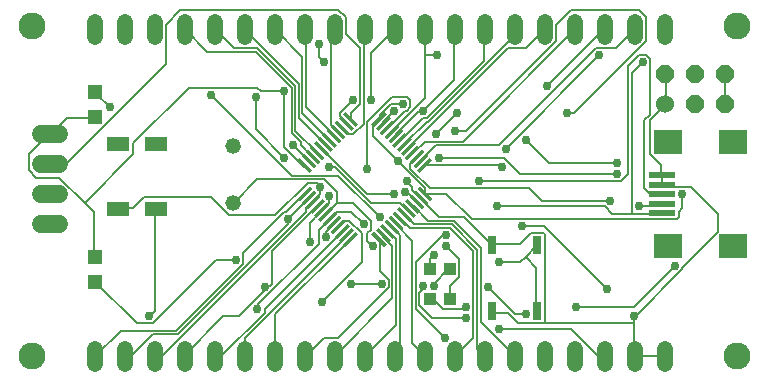
<source format=gbr>
G04 EAGLE Gerber X2 export*
%TF.Part,Single*%
%TF.FileFunction,Copper,L1,Top,Mixed*%
%TF.FilePolarity,Positive*%
%TF.GenerationSoftware,Autodesk,EAGLE,8.6.3*%
%TF.CreationDate,2019-03-08T23:17:09Z*%
G75*
%MOMM*%
%FSLAX34Y34*%
%LPD*%
%AMOC8*
5,1,8,0,0,1.08239X$1,22.5*%
G01*
%ADD10R,2.400000X2.000000*%
%ADD11R,2.308000X0.500000*%
%ADD12R,1.200000X1.200000*%
%ADD13C,1.320800*%
%ADD14R,1.000000X1.100000*%
%ADD15R,0.762000X1.524000*%
%ADD16C,1.524000*%
%ADD17P,1.649562X8X22.500000*%
%ADD18C,1.524000*%
%ADD19C,1.320800*%
%ADD20R,0.300000X1.500000*%
%ADD21R,1.900000X1.300000*%
%ADD22C,0.152400*%
%ADD23C,0.756400*%
%ADD24C,2.286000*%


D10*
X564440Y118560D03*
D11*
X558800Y146560D03*
X558800Y154560D03*
X558800Y162560D03*
X558800Y170560D03*
X558800Y178560D03*
D10*
X619440Y118560D03*
X564440Y206560D03*
X619440Y206560D03*
D12*
X78740Y249260D03*
X78740Y228260D03*
X78740Y88560D03*
X78740Y109560D03*
D13*
X195580Y154940D03*
X195580Y203200D03*
D14*
X362340Y99060D03*
X379340Y99060D03*
X362340Y73660D03*
X379340Y73660D03*
D15*
X415290Y63500D03*
X415290Y119380D03*
X453390Y63500D03*
X453390Y119380D03*
D16*
X561340Y238760D03*
D17*
X586740Y238760D03*
X612140Y238760D03*
X561340Y264160D03*
X586740Y264160D03*
X612140Y264160D03*
D18*
X48260Y137160D02*
X33020Y137160D01*
X33020Y162560D02*
X48260Y162560D01*
X48260Y187960D02*
X33020Y187960D01*
X33020Y213360D02*
X48260Y213360D01*
D19*
X78740Y32004D02*
X78740Y18796D01*
X104140Y18796D02*
X104140Y32004D01*
X129540Y32004D02*
X129540Y18796D01*
X154940Y18796D02*
X154940Y32004D01*
X180340Y32004D02*
X180340Y18796D01*
X205740Y18796D02*
X205740Y32004D01*
X231140Y32004D02*
X231140Y18796D01*
X256540Y18796D02*
X256540Y32004D01*
X281940Y32004D02*
X281940Y18796D01*
X307340Y18796D02*
X307340Y32004D01*
X332740Y32004D02*
X332740Y18796D01*
X358140Y18796D02*
X358140Y32004D01*
X383540Y32004D02*
X383540Y18796D01*
X408940Y18796D02*
X408940Y32004D01*
X434340Y32004D02*
X434340Y18796D01*
X459740Y18796D02*
X459740Y32004D01*
X485140Y32004D02*
X485140Y18796D01*
X510540Y18796D02*
X510540Y32004D01*
X535940Y32004D02*
X535940Y18796D01*
X561340Y18796D02*
X561340Y32004D01*
X78740Y295656D02*
X78740Y308864D01*
X104140Y308864D02*
X104140Y295656D01*
X129540Y295656D02*
X129540Y308864D01*
X154940Y308864D02*
X154940Y295656D01*
X180340Y295656D02*
X180340Y308864D01*
X205740Y308864D02*
X205740Y295656D01*
X231140Y295656D02*
X231140Y308864D01*
X256540Y308864D02*
X256540Y295656D01*
X281940Y295656D02*
X281940Y308864D01*
X307340Y308864D02*
X307340Y295656D01*
X332740Y295656D02*
X332740Y308864D01*
X358140Y308864D02*
X358140Y295656D01*
X383540Y295656D02*
X383540Y308864D01*
X408940Y308864D02*
X408940Y295656D01*
X434340Y295656D02*
X434340Y308864D01*
X459740Y308864D02*
X459740Y295656D01*
X485140Y295656D02*
X485140Y308864D01*
X510540Y308864D02*
X510540Y295656D01*
X535940Y295656D02*
X535940Y308864D01*
X561340Y308864D02*
X561340Y295656D01*
D20*
G36*
X260670Y169602D02*
X262791Y167481D01*
X252186Y156876D01*
X250065Y158997D01*
X260670Y169602D01*
G37*
G36*
X264206Y166067D02*
X266327Y163946D01*
X255722Y153341D01*
X253601Y155462D01*
X264206Y166067D01*
G37*
G36*
X267741Y162531D02*
X269862Y160410D01*
X259257Y149805D01*
X257136Y151926D01*
X267741Y162531D01*
G37*
G36*
X271277Y158996D02*
X273398Y156875D01*
X262793Y146270D01*
X260672Y148391D01*
X271277Y158996D01*
G37*
G36*
X274812Y155460D02*
X276933Y153339D01*
X266328Y142734D01*
X264207Y144855D01*
X274812Y155460D01*
G37*
G36*
X278348Y151925D02*
X280469Y149804D01*
X269864Y139199D01*
X267743Y141320D01*
X278348Y151925D01*
G37*
G36*
X281884Y148389D02*
X284005Y146268D01*
X273400Y135663D01*
X271279Y137784D01*
X281884Y148389D01*
G37*
G36*
X285419Y144853D02*
X287540Y142732D01*
X276935Y132127D01*
X274814Y134248D01*
X285419Y144853D01*
G37*
G36*
X288955Y141318D02*
X291076Y139197D01*
X280471Y128592D01*
X278350Y130713D01*
X288955Y141318D01*
G37*
G36*
X292490Y137782D02*
X294611Y135661D01*
X284006Y125056D01*
X281885Y127177D01*
X292490Y137782D01*
G37*
G36*
X296026Y134247D02*
X298147Y132126D01*
X287542Y121521D01*
X285421Y123642D01*
X296026Y134247D01*
G37*
G36*
X299561Y130711D02*
X301682Y128590D01*
X291077Y117985D01*
X288956Y120106D01*
X299561Y130711D01*
G37*
G36*
X312998Y128590D02*
X315119Y130711D01*
X325724Y120106D01*
X323603Y117985D01*
X312998Y128590D01*
G37*
G36*
X316533Y132126D02*
X318654Y134247D01*
X329259Y123642D01*
X327138Y121521D01*
X316533Y132126D01*
G37*
G36*
X320069Y135661D02*
X322190Y137782D01*
X332795Y127177D01*
X330674Y125056D01*
X320069Y135661D01*
G37*
G36*
X323604Y139197D02*
X325725Y141318D01*
X336330Y130713D01*
X334209Y128592D01*
X323604Y139197D01*
G37*
G36*
X327140Y142732D02*
X329261Y144853D01*
X339866Y134248D01*
X337745Y132127D01*
X327140Y142732D01*
G37*
G36*
X330675Y146268D02*
X332796Y148389D01*
X343401Y137784D01*
X341280Y135663D01*
X330675Y146268D01*
G37*
G36*
X334211Y149804D02*
X336332Y151925D01*
X346937Y141320D01*
X344816Y139199D01*
X334211Y149804D01*
G37*
G36*
X337747Y153339D02*
X339868Y155460D01*
X350473Y144855D01*
X348352Y142734D01*
X337747Y153339D01*
G37*
G36*
X341282Y156875D02*
X343403Y158996D01*
X354008Y148391D01*
X351887Y146270D01*
X341282Y156875D01*
G37*
G36*
X344818Y160410D02*
X346939Y162531D01*
X357544Y151926D01*
X355423Y149805D01*
X344818Y160410D01*
G37*
G36*
X348353Y163946D02*
X350474Y166067D01*
X361079Y155462D01*
X358958Y153341D01*
X348353Y163946D01*
G37*
G36*
X351889Y167481D02*
X354010Y169602D01*
X364615Y158997D01*
X362494Y156876D01*
X351889Y167481D01*
G37*
G36*
X354010Y180918D02*
X351889Y183039D01*
X362494Y193644D01*
X364615Y191523D01*
X354010Y180918D01*
G37*
G36*
X350474Y184453D02*
X348353Y186574D01*
X358958Y197179D01*
X361079Y195058D01*
X350474Y184453D01*
G37*
G36*
X346939Y187989D02*
X344818Y190110D01*
X355423Y200715D01*
X357544Y198594D01*
X346939Y187989D01*
G37*
G36*
X343403Y191524D02*
X341282Y193645D01*
X351887Y204250D01*
X354008Y202129D01*
X343403Y191524D01*
G37*
G36*
X339868Y195060D02*
X337747Y197181D01*
X348352Y207786D01*
X350473Y205665D01*
X339868Y195060D01*
G37*
G36*
X336332Y198595D02*
X334211Y200716D01*
X344816Y211321D01*
X346937Y209200D01*
X336332Y198595D01*
G37*
G36*
X332796Y202131D02*
X330675Y204252D01*
X341280Y214857D01*
X343401Y212736D01*
X332796Y202131D01*
G37*
G36*
X329261Y205667D02*
X327140Y207788D01*
X337745Y218393D01*
X339866Y216272D01*
X329261Y205667D01*
G37*
G36*
X325725Y209202D02*
X323604Y211323D01*
X334209Y221928D01*
X336330Y219807D01*
X325725Y209202D01*
G37*
G36*
X322190Y212738D02*
X320069Y214859D01*
X330674Y225464D01*
X332795Y223343D01*
X322190Y212738D01*
G37*
G36*
X318654Y216273D02*
X316533Y218394D01*
X327138Y228999D01*
X329259Y226878D01*
X318654Y216273D01*
G37*
G36*
X315119Y219809D02*
X312998Y221930D01*
X323603Y232535D01*
X325724Y230414D01*
X315119Y219809D01*
G37*
G36*
X301682Y221930D02*
X299561Y219809D01*
X288956Y230414D01*
X291077Y232535D01*
X301682Y221930D01*
G37*
G36*
X298147Y218394D02*
X296026Y216273D01*
X285421Y226878D01*
X287542Y228999D01*
X298147Y218394D01*
G37*
G36*
X294611Y214859D02*
X292490Y212738D01*
X281885Y223343D01*
X284006Y225464D01*
X294611Y214859D01*
G37*
G36*
X291076Y211323D02*
X288955Y209202D01*
X278350Y219807D01*
X280471Y221928D01*
X291076Y211323D01*
G37*
G36*
X287540Y207788D02*
X285419Y205667D01*
X274814Y216272D01*
X276935Y218393D01*
X287540Y207788D01*
G37*
G36*
X284005Y204252D02*
X281884Y202131D01*
X271279Y212736D01*
X273400Y214857D01*
X284005Y204252D01*
G37*
G36*
X280469Y200716D02*
X278348Y198595D01*
X267743Y209200D01*
X269864Y211321D01*
X280469Y200716D01*
G37*
G36*
X276933Y197181D02*
X274812Y195060D01*
X264207Y205665D01*
X266328Y207786D01*
X276933Y197181D01*
G37*
G36*
X273398Y193645D02*
X271277Y191524D01*
X260672Y202129D01*
X262793Y204250D01*
X273398Y193645D01*
G37*
G36*
X269862Y190110D02*
X267741Y187989D01*
X257136Y198594D01*
X259257Y200715D01*
X269862Y190110D01*
G37*
G36*
X266327Y186574D02*
X264206Y184453D01*
X253601Y195058D01*
X255722Y197179D01*
X266327Y186574D01*
G37*
G36*
X262791Y183039D02*
X260670Y180918D01*
X250065Y191523D01*
X252186Y193644D01*
X262791Y183039D01*
G37*
D21*
X130300Y150300D03*
X130300Y205300D03*
X98300Y205300D03*
X98300Y150300D03*
D22*
X612648Y239268D02*
X612648Y263652D01*
X612648Y239268D02*
X612140Y238760D01*
X612648Y263652D02*
X612140Y264160D01*
X318516Y225552D02*
X313944Y220980D01*
X313944Y211836D01*
X335280Y190500D02*
X358140Y167640D01*
X335280Y190500D02*
X313944Y211836D01*
X358140Y167640D02*
X358140Y164592D01*
X318516Y225552D02*
X319361Y226172D01*
X358140Y164592D02*
X358252Y163239D01*
X576072Y163068D02*
X576072Y150876D01*
X573024Y147828D01*
X573024Y143256D01*
X571500Y141732D01*
X397764Y141732D01*
X376428Y163068D01*
X359664Y163068D01*
X358252Y163239D01*
X377952Y99060D02*
X365760Y86868D01*
X365760Y85344D01*
X377952Y99060D02*
X379340Y99060D01*
X289560Y140208D02*
X284988Y135636D01*
X289560Y140208D02*
X294132Y140208D01*
X304800Y129540D01*
X304800Y105156D01*
X271272Y71628D01*
X284713Y134955D02*
X284988Y135636D01*
D23*
X576072Y163068D03*
X365760Y85344D03*
X271272Y71628D03*
D22*
X329184Y239268D02*
X339852Y239268D01*
X329184Y239268D02*
X320040Y230124D01*
X320040Y227076D01*
X319361Y226172D01*
D23*
X339852Y239268D03*
D22*
X239268Y249936D02*
X239268Y202692D01*
X256032Y185928D01*
X256428Y187281D01*
X77724Y147828D02*
X77724Y109728D01*
X70104Y155448D02*
X48768Y176784D01*
X70104Y155448D02*
X77724Y147828D01*
X48768Y176784D02*
X28956Y176784D01*
X22860Y182880D01*
X22860Y196596D01*
X39624Y213360D01*
X77724Y109728D02*
X78740Y109560D01*
X40640Y213360D02*
X39624Y213360D01*
X54864Y227076D02*
X77724Y227076D01*
X54864Y227076D02*
X41148Y213360D01*
X77724Y227076D02*
X78740Y228260D01*
X41148Y213360D02*
X40640Y213360D01*
X219456Y249936D02*
X239268Y249936D01*
X219456Y249936D02*
X216408Y252984D01*
X158496Y252984D01*
X111252Y205740D01*
X111252Y196596D01*
X70104Y155448D01*
D23*
X335280Y190500D03*
X239268Y249936D03*
D22*
X216408Y68580D02*
X216408Y65532D01*
X216408Y68580D02*
X268224Y120396D01*
X268224Y132588D01*
X277368Y141732D01*
X277642Y142026D01*
X362712Y108204D02*
X362712Y99060D01*
X362712Y108204D02*
X365760Y111252D01*
X420624Y105156D02*
X438912Y105156D01*
X443484Y109728D02*
X452628Y118872D01*
X443484Y109728D02*
X438912Y105156D01*
X362712Y99060D02*
X362340Y99060D01*
X452628Y118872D02*
X453390Y119380D01*
X452628Y100584D02*
X452628Y64008D01*
X452628Y100584D02*
X443484Y109728D01*
X452628Y64008D02*
X453390Y63500D01*
X283464Y147828D02*
X278892Y143256D01*
X283464Y147828D02*
X295656Y147828D01*
X306324Y137160D01*
X278892Y143256D02*
X277642Y142026D01*
D23*
X216408Y65532D03*
X365760Y111252D03*
X420624Y105156D03*
X306324Y137160D03*
D22*
X559308Y170688D02*
X559308Y178308D01*
X559308Y170688D02*
X558800Y170560D01*
X559308Y178308D02*
X558800Y178560D01*
X557784Y179832D02*
X557784Y187452D01*
X548640Y196596D01*
X548640Y225552D01*
X560832Y237744D01*
X557784Y179832D02*
X558800Y178560D01*
X560832Y237744D02*
X561340Y238760D01*
X562356Y239268D02*
X562356Y263652D01*
X561340Y264160D01*
X562356Y239268D02*
X561340Y238760D01*
X370332Y143256D02*
X355092Y158496D01*
X370332Y143256D02*
X391668Y143256D01*
X414528Y120396D01*
X355092Y158496D02*
X354716Y159704D01*
X414528Y120396D02*
X415290Y119380D01*
X534924Y53340D02*
X534924Y25908D01*
X534924Y53340D02*
X534924Y57912D01*
X534924Y25908D02*
X535940Y25400D01*
X428244Y62484D02*
X416052Y62484D01*
X428244Y62484D02*
X437388Y53340D01*
X460248Y53340D02*
X534924Y53340D01*
X460248Y53340D02*
X437388Y53340D01*
X416052Y62484D02*
X415290Y63500D01*
X536448Y25908D02*
X560832Y25908D01*
X561340Y25400D01*
X536448Y25908D02*
X535940Y25400D01*
X438912Y120396D02*
X416052Y120396D01*
X438912Y120396D02*
X448056Y129540D01*
X458724Y129540D01*
X460248Y128016D01*
X460248Y53340D01*
X415290Y119380D02*
X416052Y120396D01*
X559308Y169164D02*
X583692Y169164D01*
X606552Y146304D01*
X606552Y131064D01*
X576072Y100584D01*
X576072Y99060D01*
X534924Y57912D01*
X559308Y169164D02*
X558800Y170560D01*
X534924Y59436D02*
X534924Y57912D01*
X280416Y137160D02*
X274320Y131064D01*
X274320Y126492D01*
X280416Y137160D02*
X281177Y138490D01*
X323088Y224028D02*
X332232Y233172D01*
X323088Y224028D02*
X322896Y222636D01*
X259080Y192024D02*
X246888Y204216D01*
X259080Y192024D02*
X259964Y190816D01*
X347472Y166116D02*
X353568Y160020D01*
X347472Y166116D02*
X347472Y169164D01*
X342900Y173736D01*
X353568Y160020D02*
X354716Y159704D01*
D23*
X534924Y59436D03*
X274320Y126492D03*
X332232Y233172D03*
X246888Y204216D03*
X342900Y173736D03*
D22*
X362712Y73152D02*
X365760Y73152D01*
X373380Y65532D01*
X391668Y65532D01*
X393192Y67056D01*
X486156Y67056D02*
X534924Y67056D01*
X569976Y102108D01*
X362712Y73152D02*
X362340Y73660D01*
D23*
X393192Y67056D03*
X486156Y67056D03*
X569976Y102108D03*
D22*
X379476Y85344D02*
X379476Y74676D01*
X379476Y85344D02*
X387096Y92964D01*
X387096Y108204D01*
X376428Y118872D01*
X332232Y163068D02*
X309372Y163068D01*
X271272Y201168D01*
X379476Y74676D02*
X379340Y73660D01*
X271272Y201168D02*
X270570Y201423D01*
D23*
X376428Y118872D03*
X332232Y163068D03*
D22*
X214884Y217932D02*
X214884Y245364D01*
X214884Y217932D02*
X239268Y193548D01*
X277368Y185928D02*
X281940Y185928D01*
X312420Y155448D01*
X336804Y155448D01*
X342900Y149352D01*
X344110Y149097D01*
D23*
X214884Y245364D03*
X239268Y193548D03*
X277368Y185928D03*
D22*
X419100Y152400D02*
X510540Y152400D01*
X516636Y146304D01*
X533400Y146304D02*
X557784Y146304D01*
X533400Y146304D02*
X516636Y146304D01*
X557784Y146304D02*
X558800Y146560D01*
X268224Y278892D02*
X268224Y289560D01*
X268224Y278892D02*
X272796Y274320D01*
X533400Y265176D02*
X533400Y146304D01*
X533400Y265176D02*
X542544Y274320D01*
D23*
X419100Y152400D03*
X268224Y289560D03*
X272796Y274320D03*
X542544Y274320D03*
D22*
X245364Y178308D02*
X176784Y246888D01*
X245364Y178308D02*
X284988Y178308D01*
X320040Y143256D01*
X403860Y173736D02*
X524256Y173736D01*
X530352Y179832D01*
X530352Y271272D01*
X539496Y280416D01*
X545592Y280416D01*
X548640Y277368D01*
X548640Y230124D01*
X544068Y225552D01*
X544068Y167640D01*
X548640Y163068D01*
X557784Y163068D01*
X558800Y162560D01*
D23*
X176784Y246888D03*
X320040Y143256D03*
X403860Y173736D03*
D22*
X539496Y152400D02*
X556260Y152400D01*
X557784Y153924D01*
X558800Y154560D01*
D23*
X539496Y152400D03*
D22*
X358140Y243840D02*
X330708Y216408D01*
X358140Y280416D02*
X358140Y302260D01*
X358140Y280416D02*
X358140Y243840D01*
X330708Y216408D02*
X329967Y215565D01*
X358140Y280416D02*
X368808Y280416D01*
D23*
X368808Y280416D03*
D22*
X356616Y233172D02*
X353568Y233172D01*
X333756Y213360D01*
X333503Y212030D01*
X382524Y259080D02*
X382524Y301752D01*
X382524Y259080D02*
X356616Y233172D01*
X382524Y301752D02*
X383540Y302260D01*
D23*
X356616Y233172D03*
D22*
X295656Y231648D02*
X295656Y227076D01*
X295656Y231648D02*
X303276Y239268D01*
X303276Y286512D01*
X291084Y298704D01*
X291084Y312420D01*
X284988Y318516D01*
X150876Y318516D01*
X138684Y306324D01*
X138684Y272796D01*
X54864Y188976D01*
X41148Y188976D01*
X295319Y226172D02*
X295656Y227076D01*
X41148Y188976D02*
X40640Y187960D01*
X327660Y219456D02*
X341376Y233172D01*
X342900Y233172D01*
X345948Y236220D01*
X345948Y242316D01*
X342900Y245364D01*
X330708Y245364D01*
X309372Y224028D01*
X309372Y184404D01*
X326432Y219101D02*
X327660Y219456D01*
D23*
X309372Y184404D03*
D22*
X458724Y135636D02*
X512064Y82296D01*
X458724Y135636D02*
X440436Y135636D01*
X91440Y236220D02*
X79248Y248412D01*
X78740Y249260D01*
D23*
X512064Y82296D03*
X440436Y135636D03*
X91440Y236220D03*
D22*
X438912Y179832D02*
X521208Y179832D01*
X438912Y179832D02*
X425196Y193548D01*
X370332Y193548D01*
X198120Y106680D02*
X181356Y106680D01*
X128016Y53340D01*
X114300Y53340D01*
X79248Y88392D01*
X78740Y88560D01*
D23*
X521208Y179832D03*
X370332Y193548D03*
X198120Y106680D03*
D22*
X463296Y188976D02*
X521208Y188976D01*
X463296Y188976D02*
X443484Y208788D01*
X385572Y231648D02*
X367284Y213360D01*
X259080Y158496D02*
X242316Y141732D01*
X259080Y158496D02*
X259964Y159704D01*
X109728Y25908D02*
X105156Y25908D01*
X109728Y25908D02*
X128016Y44196D01*
X149352Y44196D01*
X242316Y137160D01*
X242316Y141732D01*
X105156Y25908D02*
X104140Y25400D01*
D23*
X521208Y188976D03*
X443484Y208788D03*
X385572Y231648D03*
X367284Y213360D03*
X242316Y141732D03*
D22*
X271272Y149352D02*
X277368Y155448D01*
X277368Y161544D01*
X271272Y149352D02*
X270570Y149097D01*
X269748Y147828D02*
X260604Y138684D01*
X260604Y121920D01*
X295656Y86868D02*
X321564Y86868D01*
X356616Y85344D02*
X356616Y82296D01*
X353568Y79248D01*
X353568Y68580D01*
X364236Y57912D01*
X393192Y57912D01*
X269748Y147828D02*
X270570Y149097D01*
D23*
X277368Y161544D03*
X260604Y121920D03*
X295656Y86868D03*
X321564Y86868D03*
X356616Y85344D03*
X393192Y57912D03*
D22*
X283464Y155448D02*
X274320Y146304D01*
X283464Y155448D02*
X283464Y164592D01*
X272796Y175260D01*
X216408Y175260D01*
X196596Y155448D01*
X274106Y145562D02*
X274320Y146304D01*
X196596Y155448D02*
X195580Y154940D01*
X283464Y155448D02*
X297180Y155448D01*
X312420Y140208D01*
X312420Y132588D01*
X309372Y129540D01*
X309372Y123444D01*
X313944Y118872D01*
X411480Y83820D02*
X434340Y60960D01*
X443484Y60960D01*
D23*
X313944Y118872D03*
X411480Y83820D03*
X443484Y60960D03*
D22*
X478536Y231648D02*
X484632Y231648D01*
X545592Y292608D01*
X545592Y312420D01*
X539496Y318516D01*
X481584Y318516D01*
X469392Y306324D01*
X469392Y292608D01*
X393192Y216408D01*
X384048Y216408D01*
X269748Y169164D02*
X269748Y163068D01*
X263652Y156972D01*
X263499Y156168D01*
X111252Y150876D02*
X99060Y150876D01*
X111252Y150876D02*
X120396Y160020D01*
X176784Y160020D01*
X192024Y144780D01*
X231648Y144780D01*
X259080Y172212D01*
X266700Y172212D01*
X269748Y169164D01*
X99060Y150876D02*
X98300Y150300D01*
X129540Y25908D02*
X135636Y25908D01*
X257556Y147828D01*
X257556Y150876D01*
X262128Y155448D01*
X129540Y25908D02*
X129540Y25400D01*
X262128Y155448D02*
X263499Y156168D01*
D23*
X478536Y231648D03*
X384048Y216408D03*
X269748Y169164D03*
D22*
X266700Y152400D02*
X228600Y114300D01*
X228600Y86868D01*
X224028Y82296D02*
X201168Y59436D01*
X224028Y82296D02*
X228600Y86868D01*
X201168Y59436D02*
X187452Y59436D01*
X153924Y25908D01*
X266700Y152400D02*
X267035Y152633D01*
X154940Y25400D02*
X153924Y25908D01*
X222504Y83820D02*
X224028Y82296D01*
X129540Y64008D02*
X129540Y149352D01*
X129540Y64008D02*
X124968Y59436D01*
X129540Y149352D02*
X130300Y150300D01*
D23*
X222504Y83820D03*
X124968Y59436D03*
D22*
X240792Y147828D02*
X256032Y163068D01*
X240792Y147828D02*
X239268Y147828D01*
X204216Y112776D01*
X204216Y103632D01*
X147828Y47244D01*
X100584Y47244D01*
X78740Y25400D01*
X256032Y163068D02*
X256428Y163239D01*
X288036Y131064D02*
X222504Y65532D01*
X222504Y62484D01*
X185928Y25908D01*
X181356Y25908D01*
X288036Y131064D02*
X288248Y131419D01*
X181356Y25908D02*
X180340Y25400D01*
X205740Y41148D02*
X291084Y126492D01*
X205740Y41148D02*
X205740Y25400D01*
X291084Y126492D02*
X291784Y127884D01*
X294132Y123444D02*
X231648Y60960D01*
X231648Y25908D01*
X294132Y123444D02*
X295319Y124348D01*
X231648Y25908D02*
X231140Y25400D01*
X320040Y97536D02*
X320040Y123444D01*
X320040Y97536D02*
X327660Y89916D01*
X327660Y83820D01*
X284988Y41148D01*
X272796Y41148D01*
X257556Y25908D01*
X320040Y123444D02*
X319361Y124348D01*
X257556Y25908D02*
X256540Y25400D01*
X330708Y118872D02*
X323088Y126492D01*
X330708Y118872D02*
X330708Y74676D01*
X281940Y25908D01*
X323088Y126492D02*
X322896Y127884D01*
X281940Y25908D02*
X281940Y25400D01*
X333756Y124968D02*
X327660Y131064D01*
X333756Y124968D02*
X333756Y51816D01*
X307340Y25400D01*
X327660Y131064D02*
X326432Y131419D01*
X330708Y134112D02*
X336804Y128016D01*
X336804Y28956D01*
X333756Y25908D01*
X330708Y134112D02*
X329967Y134955D01*
X333756Y25908D02*
X332740Y25400D01*
X347472Y123444D02*
X333756Y137160D01*
X347472Y123444D02*
X347472Y36576D01*
X358140Y25908D01*
X333756Y137160D02*
X333503Y138490D01*
X358140Y25908D02*
X358140Y25400D01*
X345948Y134112D02*
X338328Y141732D01*
X345948Y134112D02*
X379476Y134112D01*
X399288Y114300D01*
X399288Y41148D01*
X383540Y25400D01*
X338328Y141732D02*
X337038Y142026D01*
X341376Y144780D02*
X348996Y137160D01*
X381000Y137160D01*
X402336Y115824D01*
X402336Y32004D01*
X408940Y25400D01*
X341376Y144780D02*
X340574Y145562D01*
X348996Y152400D02*
X361188Y140208D01*
X382524Y140208D01*
X405384Y117348D01*
X405384Y54864D01*
X434340Y25908D01*
X348996Y152400D02*
X347645Y152633D01*
X434340Y25908D02*
X434340Y25400D01*
X350520Y156972D02*
X342900Y164592D01*
X341376Y164592D01*
X373380Y128016D02*
X376428Y128016D01*
X373380Y128016D02*
X350520Y105156D01*
X350520Y65532D01*
X374904Y41148D01*
X351181Y156168D02*
X350520Y156972D01*
D23*
X341376Y164592D03*
X376428Y128016D03*
X374904Y41148D03*
D22*
X504444Y25908D02*
X510540Y25908D01*
X504444Y25908D02*
X481584Y48768D01*
X420624Y48768D01*
X510540Y25908D02*
X510540Y25400D01*
D23*
X420624Y48768D03*
D22*
X262128Y195072D02*
X252984Y204216D01*
X252984Y207264D01*
X245364Y214884D01*
X245364Y252984D01*
X214884Y283464D01*
X173736Y283464D01*
X154940Y302260D01*
X262128Y195072D02*
X263499Y194352D01*
X266700Y198120D02*
X248412Y216408D01*
X248412Y254508D01*
X216408Y286512D02*
X196596Y286512D01*
X181356Y301752D01*
X266700Y198120D02*
X267035Y197887D01*
X181356Y301752D02*
X180340Y302260D01*
X216408Y286512D02*
X248412Y254508D01*
X251460Y227076D02*
X272796Y205740D01*
X251460Y227076D02*
X251460Y256032D01*
X205740Y301752D01*
X272796Y205740D02*
X274106Y204958D01*
X205740Y301752D02*
X205740Y302260D01*
X254508Y231648D02*
X277368Y208788D01*
X254508Y231648D02*
X254508Y278892D01*
X231140Y302260D01*
X277368Y208788D02*
X277642Y208494D01*
X280416Y213360D02*
X257556Y236220D01*
X257556Y301752D01*
X280416Y213360D02*
X281177Y212030D01*
X257556Y301752D02*
X256540Y302260D01*
X278892Y220980D02*
X283464Y216408D01*
X278892Y220980D02*
X278892Y298704D01*
X281940Y301752D01*
X283464Y216408D02*
X284713Y215565D01*
X281940Y301752D02*
X281940Y302260D01*
X289560Y217932D02*
X294132Y213360D01*
X297180Y213360D01*
X306324Y222504D01*
X306324Y301752D01*
X288248Y219101D02*
X289560Y217932D01*
X306324Y301752D02*
X307340Y302260D01*
X286512Y228600D02*
X291084Y224028D01*
X286512Y228600D02*
X286512Y231648D01*
X297180Y242316D01*
X312420Y242316D02*
X312420Y281940D01*
X332740Y302260D01*
X291084Y224028D02*
X291784Y222636D01*
D23*
X297180Y242316D03*
X312420Y242316D03*
D22*
X338328Y208788D02*
X356616Y227076D01*
X359664Y227076D01*
X408432Y275844D01*
X408432Y301752D01*
X338328Y208788D02*
X337038Y208494D01*
X408432Y301752D02*
X408940Y302260D01*
X359664Y224028D02*
X341376Y205740D01*
X359664Y224028D02*
X361188Y224028D01*
X434340Y297180D01*
X434340Y302260D01*
X341376Y205740D02*
X340574Y204958D01*
X344424Y202692D02*
X428244Y286512D01*
X443484Y286512D01*
X458724Y301752D01*
X344424Y202692D02*
X344110Y201423D01*
X458724Y301752D02*
X459740Y302260D01*
X358140Y207264D02*
X348996Y198120D01*
X358140Y207264D02*
X390144Y207264D01*
X485140Y302260D01*
X348996Y198120D02*
X347645Y197887D01*
X350520Y193548D02*
X345948Y188976D01*
X345948Y184404D01*
X362712Y167640D01*
X446532Y167640D01*
X457200Y156972D01*
X515112Y156972D01*
X461772Y254508D02*
X510540Y303276D01*
X351181Y194352D02*
X350520Y193548D01*
X510540Y302260D02*
X510540Y303276D01*
D23*
X515112Y156972D03*
X461772Y254508D03*
D22*
X367284Y204216D02*
X355092Y192024D01*
X367284Y204216D02*
X420624Y204216D01*
X502920Y286512D01*
X519684Y286512D01*
X534924Y301752D01*
X355092Y192024D02*
X354716Y190816D01*
X534924Y301752D02*
X535940Y302260D01*
X422148Y187452D02*
X359664Y187452D01*
X422148Y187452D02*
X423672Y185928D01*
X426720Y201168D02*
X505968Y280416D01*
X359664Y187452D02*
X358252Y187281D01*
D23*
X423672Y185928D03*
X426720Y201168D03*
X505968Y280416D03*
D24*
X25400Y25400D03*
X622300Y25400D03*
X622300Y304800D03*
X25400Y304800D03*
M02*

</source>
